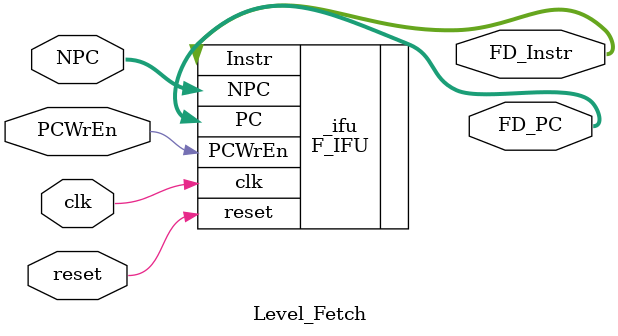
<source format=v>
`timescale 1ns / 1ps


module Level_Fetch(
    input clk,
    input reset,
    input [31:0] NPC,
    input PCWrEn,
    output [31:0] FD_PC,
    output [31:0] FD_Instr
    );

    F_IFU _ifu(
        // Input
        .clk(clk),
        .reset(reset),
        .PCWrEn(PCWrEn),
        .NPC(NPC),

        // Output
        .Instr(FD_Instr),
        .PC(FD_PC)
    );

endmodule

</source>
